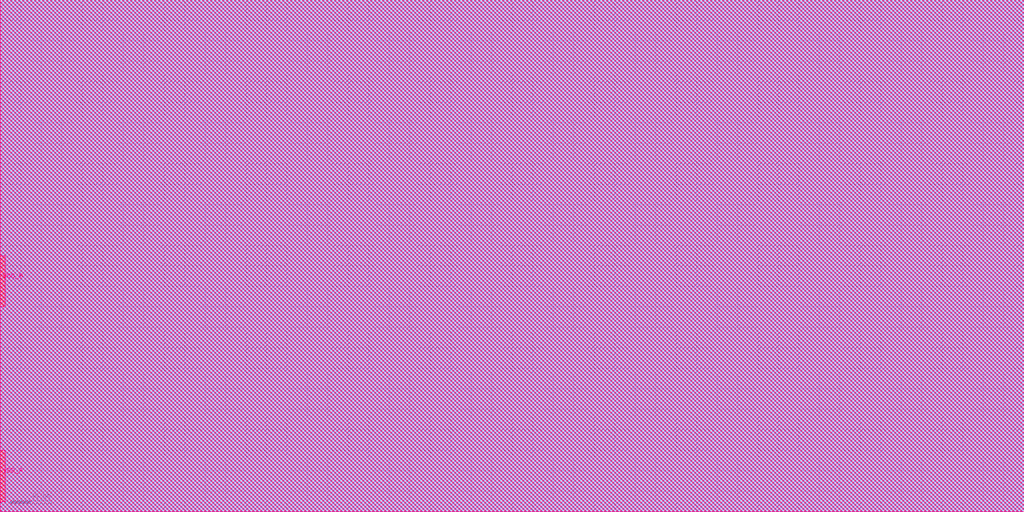
<source format=lef>
VERSION 5.5 ;
NAMESCASESENSITIVE ON ;
#BUSBITCHARS "d" ;
#DIVIDERCHAR "/" ;

SITE unit
  CLASS CORE ;
  SYMMETRY X Y ;
  SIZE 0.2 BY 1.8 ;
END unit


MACRO block1
  CLASS BLOCK ;
  ORIGIN 0 0 ;
  SIZE 1000 BY 500 ;
  SYMMETRY X Y R90 ;

  PIN VDD_A
    DIRECTION INOUT ;
    USE POWER ;
    PORT
    LAYER METAL5 ;
       RECT 0 10 5 60 ;
    LAYER METAL6 ;
       RECT 0 10 5 60 ;
    END 
  END VDD_A
  PIN VDD_B
    DIRECTION INOUT ;
    USE POWER ;
    PORT
    LAYER METAL5 ;
       RECT 0 200 5 250 ;
    LAYER METAL6 ;
       RECT 0 200 5 250 ;
    END
  END VDD_B

  OBS
    LAYER METAL1 ;
       RECT 0 0 1000 500 ;
    LAYER METAL2 ;
       RECT 0 0 1000 500 ;
    LAYER METAL3 ;
       RECT 0 0 1000 500 ;
    LAYER METAL4 ;
       RECT 0 0 1000 500 ;
    LAYER METAL5 ;
       RECT 0 0 1000 500 ;
    LAYER METAL6 ;
       RECT 0 0 1000 500 ;
  END
END block1
  
MACRO block2
  CLASS BLOCK ;
  ORIGIN 0 0 ;
  SIZE 700 BY 600 ;
  SYMMETRY X Y R90 ;

  PIN VDD_A
    DIRECTION INOUT ;
    USE POWER ;
    PORT
    LAYER METAL5 ;
       RECT 0 100 5 150 ;
    LAYER METAL6 ;
       RECT 0 100 5 150 ;
    END
  END VDD_A

  OBS
    LAYER METAL1 ;
       RECT 0 0 700 600 ;
    LAYER METAL2 ;
       RECT 0 0 700 600 ;
    LAYER METAL3 ;
       RECT 0 0 700 600 ;
    LAYER METAL4 ;
       RECT 0 0 700 600 ;
    LAYER METAL5 ;
       RECT 0 0 700 600 ;
    LAYER METAL6 ;
       RECT 0 0 700 600 ;
  END
END block2

MACRO block3
  CLASS BLOCK ;
  ORIGIN 0 0 ;
  SIZE 500 BY 500 ;
  SYMMETRY X Y R90 ;

  PIN VDD_A
    DIRECTION INOUT ;
    USE POWER ;
    PORT
    LAYER METAL4 ;
       RECT 0 50 5 100 ;
    LAYER METAL5 ;
       RECT 0 50 5 100 ;
    END
  END VDD_A

  OBS
    LAYER METAL1 ;
       RECT 0 0 500 500 ;
    LAYER METAL2 ;
       RECT 0 0 500 500 ;
    LAYER METAL3 ;
       RECT 0 0 500 500 ;
    LAYER METAL4 ;
       RECT 0 0 500 500 ;
    LAYER METAL5 ;
       RECT 0 0 500 500 ;
  END
END block3

MACRO block4
  CLASS BLOCK ;
  ORIGIN 0 0 ;
  SIZE 200 BY 200 ;
  SYMMETRY X Y R90 ;

  PIN VDD_A
    DIRECTION INOUT ;
    USE POWER ;
    PORT
    LAYER METAL3 ;
       RECT 0 80 5 120 ;
    LAYER METAL4 ;
       RECT 0 80 5 120 ;
    END
  END VDD_A

  OBS
    LAYER METAL1 ;
       RECT 0 0 200 200 ;
    LAYER METAL2 ;
       RECT 0 0 200 200 ;
    LAYER METAL3 ;
       RECT 0 0 200 200 ;
    LAYER METAL4 ;
       RECT 0 0 200 200 ;
  END
END block4

MACRO block5
  CLASS BLOCK ;
  ORIGIN 0 0 ;
  SIZE 200 BY 1000 ;
  SYMMETRY X Y R90 ;

  PIN VDD_A
    DIRECTION INOUT ;
    USE POWER ;
    PORT
    LAYER METAL5 ;
       RECT 0 200 5 250 ;
    LAYER METAL6 ;
       RECT 0 200 5 250 ;
    END
  END VDD_A
  PIN VDD_B
    DIRECTION INOUT ;
    USE POWER ;
    PORT
    LAYER METAL5 ;
       RECT 0 400 5 450 ;
    LAYER METAL6 ;
       RECT 0 400 5 450 ;
    END
  END VDD_B

  OBS
    LAYER METAL1 ;
       RECT 0 0 200 1000 ;
    LAYER METAL2 ;
       RECT 0 0 200 1000 ;
    LAYER METAL3 ;
       RECT 0 0 200 1000 ;
    LAYER METAL4 ;
       RECT 0 0 200 1000 ;
    LAYER METAL5 ;
       RECT 0 0 200 1000 ;
    LAYER METAL6 ;
       RECT 0 0 200 1000 ;
  END
END block5

MACRO block6
  CLASS BLOCK ;
  ORIGIN 0 0 ;
  SIZE 200 BY 1000 ;
  SYMMETRY X Y R90 ;

  PIN VDD_A
    DIRECTION INOUT ;
    USE POWER ;
    PORT
    LAYER METAL4 ;
       RECT 0 200 5 250 ;
    LAYER METAL5 ;
       RECT 0 200 5 250 ;
    END
  END VDD_A
  PIN VDD_B
    DIRECTION INOUT ;
    USE POWER ;
    PORT
    LAYER METAL4 ;
       RECT 0 400 5 450 ;
    LAYER METAL5 ;
       RECT 0 400 5 450 ;
    END
  END VDD_B

  OBS
    LAYER METAL1 ;
       RECT 0 0 200 1000 ;
    LAYER METAL2 ;
       RECT 0 0 200 1000 ;
    LAYER METAL3 ;
       RECT 0 0 200 1000 ;
    LAYER METAL4 ;
       RECT 0 0 200 1000 ;
    LAYER METAL5 ;
       RECT 0 0 200 1000 ;
  END
END block6

MACRO block7
  CLASS BLOCK ;
  ORIGIN 0 0 ;
  SIZE 100 BY 200 ;
  SYMMETRY X Y R90 ;

  PIN VDD_A
    DIRECTION INOUT ;
    USE POWER ;
    PORT
    LAYER METAL5 ;
       RECT 0 50 5 70 ;
    LAYER METAL6 ;
       RECT 0 50 5 70 ;
    END
  END VDD_A

  OBS
    LAYER METAL1 ;
       RECT 0 0 100 200 ;
    LAYER METAL2 ;
       RECT 0 0 100 200 ;
    LAYER METAL3 ;
       RECT 0 0 100 200 ;
    LAYER METAL4 ;
       RECT 0 0 100 200 ;
    LAYER METAL5 ;
       RECT 0 0 100 200 ;
    LAYER METAL6 ;
       RECT 0 0 100 200 ;
  END
END block7

MACRO block8
  CLASS BLOCK ;
  ORIGIN 0 0 ;
  SIZE 50 BY 300 ;
  SYMMETRY X Y R90 ;

  PIN VDD_A
    DIRECTION INOUT ;
    USE POWER ;
    PORT
    LAYER METAL5 ;
       RECT 0 50 5 70 ;
    LAYER METAL6 ;
       RECT 0 50 5 70 ;
    END
  END VDD_A

  OBS
    LAYER METAL1 ;
       RECT 0 0 50 300 ;
    LAYER METAL2 ;
       RECT 0 0 50 300 ;
    LAYER METAL3 ;
       RECT 0 0 50 300 ;
    LAYER METAL4 ;
       RECT 0 0 50 300 ;
    LAYER METAL5 ;
       RECT 0 0 50 300 ;
    LAYER METAL6 ;
       RECT 0 0 50 300 ;
  END
END block8


MACRO block9
  CLASS BLOCK ;
  ORIGIN 0 0 ;
  SIZE 250 BY 700 ;
  SYMMETRY X Y R90 ;

  PIN VDD_A
    DIRECTION INOUT ;
    USE POWER ;
    PORT
    LAYER METAL5 ;
       RECT 0 150 5 180 ;
    LAYER METAL6 ;
       RECT 0 150 5 180 ;
    END
  END VDD_A
  PIN VDD_B
    DIRECTION INOUT ;
    USE POWER ;
    PORT
    LAYER METAL5 ;
       RECT 0 250 5 280 ;
    LAYER METAL6 ;
       RECT 0 250 5 280 ;
    END
  END VDD_B
  PIN VDD_C
    DIRECTION INOUT ;
    USE POWER ;
    PORT
    LAYER METAL5 ;
       RECT 0 350 5 380 ;
    LAYER METAL6 ;
       RECT 0 350 5 380 ;
    END
  END VDD_C
  PIN VDD_D
    DIRECTION INOUT ;
    USE POWER ;
    PORT
    LAYER METAL5 ;
       RECT 0 450 5 480 ;
    LAYER METAL6 ;
       RECT 0 450 5 480 ;
    END
  END VDD_D
  PIN VDD_E
    DIRECTION INOUT ;
    USE POWER ;
    PORT
    LAYER METAL5 ;
       RECT 0 550 5 580 ;
    LAYER METAL6 ;
       RECT 0 550 5 580 ;
    END
  END VDD_E

  OBS
    LAYER METAL1 ;
       RECT 0 0 250 700 ;
    LAYER METAL2 ; 
       RECT 0 0 250 700 ;
    LAYER METAL3 ; 
       RECT 0 0 250 700 ;
    LAYER METAL4 ;
       RECT 0 0 250 700 ;
    LAYER METAL5 ;
       RECT 0 0 250 700 ;
    LAYER METAL6 ;
       RECT 0 0 250 700 ;
  END  
END block9


END LIBRARY

</source>
